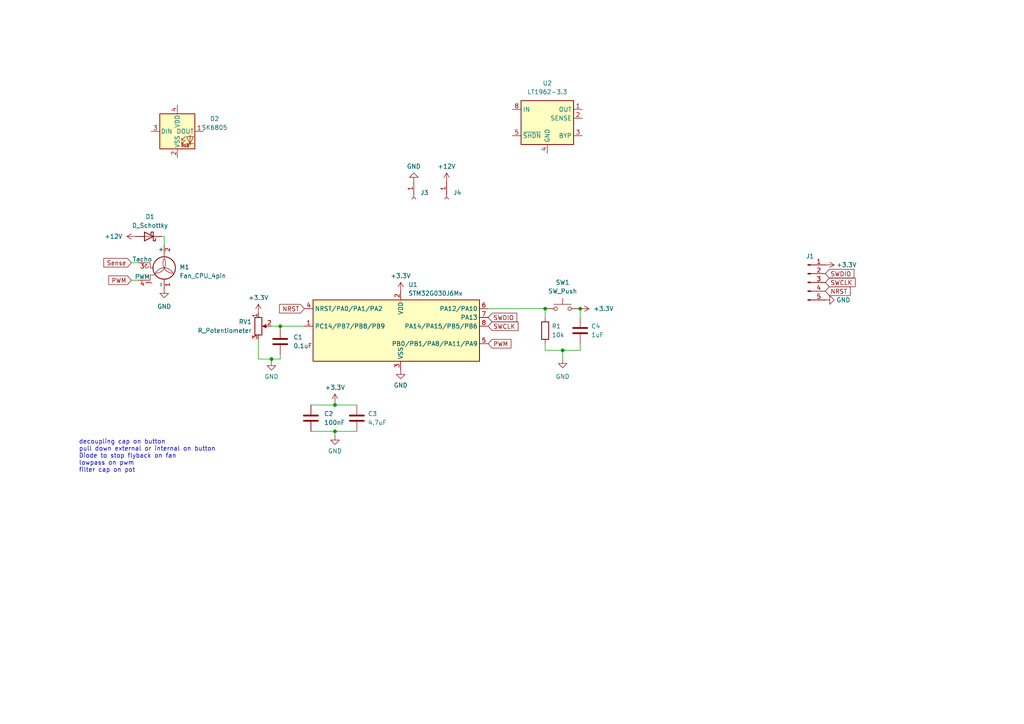
<source format=kicad_sch>
(kicad_sch (version 20230121) (generator eeschema)
  (paper "A4")
  (lib_symbols
    (symbol "Connector:Conn_01x01_Socket" (pin_names (offset 1.016) hide)
      (property "Reference" "J" (at 0 2.54 0))
      (property "Value" "Conn_01x01_Socket" (at 0 -2.54 0))
      (symbol "Conn_01x01_Socket_1_1"
        (polyline (pts (xy -1.27 0) (xy -0.508 0)) (stroke (width 0.1524)))
        (arc (start 0 0.508) (mid -0.5058 0) (end 0 -0.508) (stroke (width 0.1524)))
        (pin passive line (at -5.08 0 0) (length 3.81) (name "Pin_1") (number "1"))
      )
    )
    (symbol "Connector:Conn_01x05_Pin" (pin_names (offset 1.016) hide)
      (property "Reference" "J" (at 0 7.62 0))
      (property "Value" "Conn_01x05_Pin" (at 0 -7.62 0))
      (symbol "Conn_01x05_Pin_1_1"
        (polyline (pts (xy 1.27 -5.08) (xy 0.8636 -5.08)) (stroke (width 0.1524)))
        (polyline (pts (xy 1.27 -2.54) (xy 0.8636 -2.54)) (stroke (width 0.1524)))
        (polyline (pts (xy 1.27 0) (xy 0.8636 0)) (stroke (width 0.1524)))
        (polyline (pts (xy 1.27 2.54) (xy 0.8636 2.54)) (stroke (width 0.1524)))
        (polyline (pts (xy 1.27 5.08) (xy 0.8636 5.08)) (stroke (width 0.1524)))
        (rectangle (start 0.8636 -4.953) (end 0 -5.207) (stroke (width 0.1524)) (fill (type outline)))
        (rectangle (start 0.8636 -2.413) (end 0 -2.667) (stroke (width 0.1524)) (fill (type outline)))
        (rectangle (start 0.8636 0.127) (end 0 -0.127) (stroke (width 0.1524)) (fill (type outline)))
        (rectangle (start 0.8636 2.667) (end 0 2.413) (stroke (width 0.1524)) (fill (type outline)))
        (rectangle (start 0.8636 5.207) (end 0 4.953) (stroke (width 0.1524)) (fill (type outline)))
        (pin passive line (at 5.08 5.08 180) (length 3.81) (name "Pin_1") (number "1"))
        (pin passive line (at 5.08 2.54 180) (length 3.81) (name "Pin_2") (number "2"))
        (pin passive line (at 5.08 0 180) (length 3.81) (name "Pin_3") (number "3"))
        (pin passive line (at 5.08 -2.54 180) (length 3.81) (name "Pin_4") (number "4"))
        (pin passive line (at 5.08 -5.08 180) (length 3.81) (name "Pin_5") (number "5"))
      )
    )
    (symbol "Device:C" (pin_numbers hide) (pin_names (offset 0.254))
      (property "Reference" "C" (at 0.635 2.54 0))
      (property "Value" "C" (at 0.635 -2.54 0))
      (symbol "C_0_1"
        (polyline (pts (xy -2.032 -0.762) (xy 2.032 -0.762)) (stroke (width 0.508)))
        (polyline (pts (xy -2.032 0.762) (xy 2.032 0.762)) (stroke (width 0.508)))
      )
      (symbol "C_1_1"
        (pin passive line (at 0 3.81 270) (length 2.794) (name "~") (number "1"))
        (pin passive line (at 0 -3.81 90) (length 2.794) (name "~") (number "2"))
      )
    )
    (symbol "Device:D_Schottky" (pin_numbers hide) (pin_names (offset 1.016) hide)
      (property "Reference" "D" (at 0 2.54 0))
      (property "Value" "D_Schottky" (at 0 -2.54 0))
      (symbol "D_Schottky_0_1"
        (polyline (pts (xy 1.27 0) (xy -1.27 0)))
        (polyline (pts (xy 1.27 1.27) (xy 1.27 -1.27) (xy -1.27 0) (xy 1.27 1.27)) (stroke (width 0.254)))
        (polyline (pts (xy -1.905 0.635) (xy -1.905 1.27) (xy -1.27 1.27) (xy -1.27 -1.27) (xy -0.635 -1.27) (xy -0.635 -0.635)) (stroke (width 0.254)))
      )
      (symbol "D_Schottky_1_1"
        (pin passive line (at -3.81 0 0) (length 2.54) (name "K") (number "1"))
        (pin passive line (at 3.81 0 180) (length 2.54) (name "A") (number "2"))
      )
    )
    (symbol "Device:R" (pin_numbers hide) (pin_names (offset 0))
      (property "Reference" "R" (at 2.032 0 90))
      (property "Value" "R" (at 0 0 90))
      (symbol "R_0_1"
        (rectangle (start -1.016 -2.54) (end 1.016 2.54) (stroke (width 0.254)))
      )
      (symbol "R_1_1"
        (pin passive line (at 0 3.81 270) (length 1.27) (name "~") (number "1"))
        (pin passive line (at 0 -3.81 90) (length 1.27) (name "~") (number "2"))
      )
    )
    (symbol "Device:R_Potentiometer" (pin_names (offset 1.016) hide)
      (property "Reference" "RV" (at -4.445 0 90))
      (property "Value" "R_Potentiometer" (at -2.54 0 90))
      (symbol "R_Potentiometer_0_1"
        (polyline (pts (xy 2.54 0) (xy 1.524 0)))
        (polyline (pts (xy 1.143 0) (xy 2.286 0.508) (xy 2.286 -0.508) (xy 1.143 0)) (fill (type outline)))
        (rectangle (start 1.016 2.54) (end -1.016 -2.54) (stroke (width 0.254)))
      )
      (symbol "R_Potentiometer_1_1"
        (pin passive line (at 0 3.81 270) (length 1.27) (name "1") (number "1"))
        (pin passive line (at 3.81 0 180) (length 1.27) (name "2") (number "2"))
        (pin passive line (at 0 -3.81 90) (length 1.27) (name "3") (number "3"))
      )
    )
    (symbol "LED:SK6805" (pin_names (offset 0.254))
      (property "Reference" "D" (at 5.08 5.715 0))
      (property "Value" "SK6805" (at 1.27 -5.715 0))
      (symbol "SK6805_0_0"
        (text "RGB" (at 2.286 -4.191 0) (effects (font (size 0.762 0.762))))
      )
      (symbol "SK6805_0_1"
        (polyline (pts (xy 1.27 -3.556) (xy 1.778 -3.556)))
        (polyline (pts (xy 1.27 -2.54) (xy 1.778 -2.54)))
        (polyline (pts (xy 4.699 -3.556) (xy 2.667 -3.556)))
        (polyline (pts (xy 2.286 -2.54) (xy 1.27 -3.556) (xy 1.27 -3.048)))
        (polyline (pts (xy 2.286 -1.524) (xy 1.27 -2.54) (xy 1.27 -2.032)))
        (polyline (pts (xy 3.683 -1.016) (xy 3.683 -3.556) (xy 3.683 -4.064)))
        (polyline (pts (xy 4.699 -1.524) (xy 2.667 -1.524) (xy 3.683 -3.556) (xy 4.699 -1.524)))
        (rectangle (start 5.08 5.08) (end -5.08 -5.08) (stroke (width 0.254)) (fill (type background)))
      )
      (symbol "SK6805_1_1"
        (pin output line (at 7.62 0 180) (length 2.54) (name "DOUT") (number "1"))
        (pin power_in line (at 0 -7.62 90) (length 2.54) (name "VSS") (number "2"))
        (pin input line (at -7.62 0 0) (length 2.54) (name "DIN") (number "3"))
        (pin power_in line (at 0 7.62 270) (length 2.54) (name "VDD") (number "4"))
      )
    )
    (symbol "MCU_ST_STM32G0:STM32G030J6Mx"
      (property "Reference" "U" (at -22.86 11.43 0))
      (property "Value" "STM32G030J6Mx" (at 5.08 11.43 0))
      (symbol "STM32G030J6Mx_0_1"
        (rectangle (start -22.86 -7.62) (end 25.4 10.16) (stroke (width 0.254)) (fill (type background)))
      )
      (symbol "STM32G030J6Mx_1_1"
        (pin bidirectional line (at -25.4 2.54 0) (length 2.54) (name "PC14/PB7/PB8/PB9") (number "1"))
        (pin power_in line (at 2.54 12.7 270) (length 2.54) (name "VDD") (number "2"))
        (pin power_in line (at 2.54 -10.16 90) (length 2.54) (name "VSS") (number "3"))
        (pin input line (at -25.4 7.62 0) (length 2.54) (name "NRST/PA0/PA1/PA2") (number "4"))
        (pin bidirectional line (at 27.94 -2.54 180) (length 2.54) (name "PB0/PB1/PA8/PA11/PA9") (number "5"))
        (pin bidirectional line (at 27.94 7.62 180) (length 2.54) (name "PA12/PA10") (number "6"))
        (pin bidirectional line (at 27.94 5.08 180) (length 2.54) (name "PA13") (number "7"))
        (pin bidirectional line (at 27.94 2.54 180) (length 2.54) (name "PA14/PA15/PB5/PB6") (number "8"))
      )
    )
    (symbol "Motor:Fan_CPU_4pin" (pin_names (offset 0))
      (property "Reference" "M" (at 2.54 5.08 0))
      (property "Value" "Fan_CPU_4pin" (at 2.54 -2.54 0))
      (symbol "Fan_CPU_4pin_0_0"
        (arc (start -5.588 1.524) (mid -5.08 1.0182) (end -4.572 1.524))
        (arc (start -5.08 2.032) (mid -5.4392 1.8832) (end -5.588 1.524))
        (polyline (pts (xy -5.08 2.032) (xy -5.334 2.159)))
        (polyline (pts (xy -5.08 2.032) (xy -5.207 1.778)))
        (polyline (pts (xy -4.064 2.54) (xy -4.064 1.016) (xy -3.302 1.016)))
      )
      (symbol "Fan_CPU_4pin_0_1"
        (arc (start -2.54 -0.508) (mid 0.0028 0.9121) (end 0 3.81))
        (polyline (pts (xy -4.064 2.54) (xy -5.08 2.54)))
        (polyline (pts (xy 0 -5.08) (xy 0 -4.572)))
        (polyline (pts (xy 0 -2.2352) (xy 0 -2.6416)))
        (polyline (pts (xy 0 4.2672) (xy 0 4.6228)))
        (polyline (pts (xy 0 4.572) (xy 0 5.08)))
        (polyline (pts (xy -2.54 -1.016) (xy -4.064 -1.016) (xy -4.064 -2.54) (xy -5.08 -2.54)))
        (polyline (pts (xy -5.334 -3.302) (xy -5.08 -3.302) (xy -5.08 -3.048) (xy -4.826 -3.048) (xy -4.826 -3.302) (xy -4.318 -3.302) (xy -4.318 -3.048) (xy -4.064 -3.048) (xy -4.064 -3.302) (xy -3.556 -3.302)))
        (circle (center 0 1.016) (radius 3.2512) (stroke (width 0.254)))
        (arc (start 0 3.81) (mid 0.053 0.921) (end 2.54 -0.508))
        (arc (start 2.54 -0.508) (mid 0 1.0618) (end -2.54 -0.508))
      )
      (symbol "Fan_CPU_4pin_1_1"
        (pin passive line (at 0 -5.08 90) (length 2.54) (name "-") (number "1"))
        (pin passive line (at 0 7.62 270) (length 2.54) (name "+") (number "2"))
        (pin passive line (at -7.62 2.54 0) (length 2.54) (name "Tacho") (number "3"))
        (pin input line (at -7.62 -2.54 0) (length 2.54) (name "PWM") (number "4"))
      )
    )
    (symbol "Regulator_Linear:LT1962-3.3"
      (property "Reference" "U" (at -7.62 8.89 0))
      (property "Value" "LT1962-3.3" (at 1.27 -6.35 0))
      (symbol "LT1962-3.3_0_1"
        (rectangle (start -7.62 7.62) (end 7.62 -5.08) (stroke (width 0.254)) (fill (type background)))
      )
      (symbol "LT1962-3.3_1_1"
        (pin power_out line (at 10.16 5.08 180) (length 2.54) (name "OUT") (number "1"))
        (pin input line (at 10.16 2.54 180) (length 2.54) (name "SENSE") (number "2"))
        (pin passive line (at 10.16 -2.54 180) (length 2.54) (name "BYP") (number "3"))
        (pin power_in line (at 0 -7.62 90) (length 2.54) (name "GND") (number "4"))
        (pin input line (at -10.16 -2.54 0) (length 2.54) (name "~{SHDN}") (number "5"))
        (pin no_connect line (at 2.54 5.08 90) (length 2.54) hide (name "NC") (number "6"))
        (pin no_connect line (at 2.54 2.54 90) (length 2.54) hide (name "NC") (number "7"))
        (pin power_in line (at -10.16 5.08 0) (length 2.54) (name "IN") (number "8"))
      )
    )
    (symbol "Switch:SW_Push" (pin_numbers hide) (pin_names (offset 1.016) hide)
      (property "Reference" "SW" (at 1.27 2.54 0))
      (property "Value" "SW_Push" (at 0 -1.524 0))
      (symbol "SW_Push_0_1"
        (circle (center -2.032 0) (radius 0.508))
        (polyline (pts (xy 0 1.27) (xy 0 3.048)))
        (polyline (pts (xy 2.54 1.27) (xy -2.54 1.27)))
        (circle (center 2.032 0) (radius 0.508))
        (pin passive line (at -5.08 0 0) (length 2.54) (name "1") (number "1"))
        (pin passive line (at 5.08 0 180) (length 2.54) (name "2") (number "2"))
      )
    )
    (symbol "power:+12V" (power) (pin_names (offset 0))
      (property "Value" "+12V" (at 0 3.556 0))
      (symbol "+12V_0_1"
        (polyline (pts (xy -0.762 1.27) (xy 0 2.54)))
        (polyline (pts (xy 0 0) (xy 0 2.54)))
        (polyline (pts (xy 0 2.54) (xy 0.762 1.27)))
      )
      (symbol "+12V_1_1"
        (pin power_in line (at 0 0 90) (length 0) hide (name "+12V") (number "1"))
      )
    )
    (symbol "power:+3.3V" (power) (pin_names (offset 0))
      (property "Value" "+3.3V" (at 0 3.556 0))
      (symbol "+3.3V_0_1"
        (polyline (pts (xy -0.762 1.27) (xy 0 2.54)))
        (polyline (pts (xy 0 0) (xy 0 2.54)))
        (polyline (pts (xy 0 2.54) (xy 0.762 1.27)))
      )
      (symbol "+3.3V_1_1"
        (pin power_in line (at 0 0 90) (length 0) hide (name "+3.3V") (number "1"))
      )
    )
    (symbol "power:GND" (power) (pin_names (offset 0))
      (property "Value" "GND" (at 0 -3.81 0))
      (symbol "GND_0_1"
        (polyline (pts (xy 0 0) (xy 0 -1.27) (xy 1.27 -1.27) (xy 0 -2.54) (xy -1.27 -1.27) (xy 0 -1.27)))
      )
      (symbol "GND_1_1"
        (pin power_in line (at 0 0 270) (length 0) hide (name "GND") (number "1"))
      )
    )
  )
  (junction (at 97.155 117.475))
  (junction (at 158.115 89.535))
  (junction (at 97.155 125.095))
  (junction (at 163.195 101.6))
  (junction (at 81.28 94.615))
  (junction (at 168.275 89.535))
  (junction (at 78.74 104.14))
  (wire (pts (xy 81.28 104.14) (xy 78.74 104.14)))
  (wire (pts (xy 163.195 101.6) (xy 158.115 101.6)))
  (wire (pts (xy 141.605 89.535) (xy 158.115 89.535)))
  (wire (pts (xy 158.115 89.535) (xy 158.115 92.075)))
  (wire (pts (xy 163.195 104.14) (xy 163.195 101.6)))
  (wire (pts (xy 163.195 101.6) (xy 168.275 101.6)))
  (wire (pts (xy 46.99 68.58) (xy 47.625 68.58)))
  (wire (pts (xy 168.275 89.535) (xy 168.275 92.075)))
  (wire (pts (xy 78.74 104.14) (xy 78.74 104.775)))
  (wire (pts (xy 47.625 68.58) (xy 47.625 71.12)))
  (wire (pts (xy 158.115 101.6) (xy 158.115 99.695)))
  (wire (pts (xy 81.28 94.615) (xy 88.265 94.615)))
  (wire (pts (xy 97.155 125.095) (xy 97.155 126.365)))
  (wire (pts (xy 78.74 94.615) (xy 81.28 94.615)))
  (wire (pts (xy 81.28 95.25) (xy 81.28 94.615)))
  (wire (pts (xy 78.74 104.14) (xy 74.93 104.14)))
  (wire (pts (xy 168.275 101.6) (xy 168.275 99.695)))
  (wire (pts (xy 103.505 125.095) (xy 97.155 125.095)))
  (wire (pts (xy 81.28 102.87) (xy 81.28 104.14)))
  (wire (pts (xy 38.1 81.28) (xy 40.005 81.28)))
  (wire (pts (xy 90.17 117.475) (xy 97.155 117.475)))
  (wire (pts (xy 103.505 117.475) (xy 97.155 117.475)))
  (wire (pts (xy 90.17 125.095) (xy 97.155 125.095)))
  (wire (pts (xy 38.1 76.2) (xy 40.005 76.2)))
  (wire (pts (xy 74.93 104.14) (xy 74.93 98.425)))
  (wire (pts (xy 97.155 117.475) (xy 97.155 116.84)))
  (text "decoupling cap on button\npull down external or internal on button\nDiode to stop flyback on fan\nlowpass on pwm\nfilter cap on pot" (at 22.86 137.16 0) (effects (font (size 1.27 1.27)) (justify left bottom)))
  (global_label "NRST" (shape input) (at 239.395 84.455 0) (property "Intersheetrefs" "${INTERSHEET_REFS}" (effects hide)))
  (global_label "Sense" (shape input) (at 38.1 76.2 180) (property "Intersheetrefs" "${INTERSHEET_REFS}" (effects hide)))
  (global_label "SWCLK" (shape input) (at 141.605 94.615 0) (property "Intersheetrefs" "${INTERSHEET_REFS}" (effects hide)))
  (global_label "NRST" (shape input) (at 88.265 89.535 180) (property "Intersheetrefs" "${INTERSHEET_REFS}" (effects hide)))
  (global_label "SWDIO" (shape input) (at 239.395 79.375 0) (property "Intersheetrefs" "${INTERSHEET_REFS}" (effects hide)))
  (global_label "PWM" (shape input) (at 38.1 81.28 180) (property "Intersheetrefs" "${INTERSHEET_REFS}" (effects hide)))
  (global_label "SWDIO" (shape input) (at 141.605 92.075 0) (property "Intersheetrefs" "${INTERSHEET_REFS}" (effects hide)))
  (global_label "PWM" (shape input) (at 141.605 99.695 0) (property "Intersheetrefs" "${INTERSHEET_REFS}" (effects hide)))
  (global_label "SWCLK" (shape input) (at 239.395 81.915 0) (property "Intersheetrefs" "${INTERSHEET_REFS}" (effects hide)))
  (symbol (lib_id "Device:R_Potentiometer") (at 74.93 94.615 0) (unit 1)
    (property "Reference" "RV1" (at 73.025 93.345 0) (effects (justify right)))
    (property "Value" "R_Potentiometer" (at 73.025 95.885 0) (effects (justify right)))
    (property "Footprint" "Potentiometer_THT:Potentiometer_Bourns_3299W_Vertical" (effects hide))
  )
  (symbol (lib_id "Connector:Conn_01x01_Socket") (at 129.54 57.785 270) (unit 1)
    (property "Reference" "J4" (at 131.445 55.88 90) (effects (justify left)))
    (property "Value" "Conn_01x01_Socket" (effects hide))
    (property "Footprint" "Connector_Pin:Pin_D1.0mm_L10.0mm" (effects hide))
  )
  (symbol (lib_id "power:+12V") (at 129.54 52.705 0) (unit 1)
    (property "Reference" "#PWR08" (effects hide))
    (property "Value" "+12V" (at 129.54 48.26 0))
  )
  (symbol (lib_id "power:+12V") (at 39.37 68.58 90) (unit 1)
    (property "Reference" "#PWR09" (effects hide))
    (property "Value" "+12V" (at 35.56 68.58 90) (effects (justify left)))
  )
  (symbol (lib_id "Device:C") (at 103.505 121.285 0) (unit 1)
    (property "Reference" "C3" (at 106.68 120.015 0) (effects (justify left)))
    (property "Value" "4.7uF" (at 106.68 122.555 0) (effects (justify left)))
    (property "Footprint" "Capacitor_SMD:C_0603_1608Metric" (effects hide))
  )
  (symbol (lib_id "Motor:Fan_CPU_4pin") (at 47.625 78.74 0) (unit 1)
    (property "Reference" "M1" (at 52.07 77.47 0) (effects (justify left)))
    (property "Value" "Fan_CPU_4pin" (at 52.07 80.01 0) (effects (justify left)))
    (property "Datasheet" "http://www.formfactors.org/developer%5Cspecs%5Crev1_2_public.pdf" (effects hide))
  )
  (symbol (lib_id "power:GND") (at 47.625 83.82 0) (unit 1)
    (property "Reference" "#PWR010" (effects hide))
    (property "Value" "GND" (at 47.625 88.9 0))
  )
  (symbol (lib_id "power:GND") (at 78.74 104.775 0) (unit 1)
    (property "Reference" "#PWR07" (effects hide))
    (property "Value" "GND" (at 78.74 109.22 0))
  )
  (symbol (lib_id "power:GND") (at 97.155 126.365 0) (unit 1)
    (property "Reference" "#PWR016" (effects hide))
    (property "Value" "GND" (at 97.155 130.81 0))
  )
  (symbol (lib_id "power:+3.3V") (at 74.93 90.805 0) (unit 1)
    (property "Reference" "#PWR06" (effects hide))
    (property "Value" "+3.3V" (at 74.93 86.36 0))
  )
  (symbol (lib_id "power:+3.3V") (at 239.395 76.835 270) (unit 1)
    (property "Reference" "#PWR03" (effects hide))
    (property "Value" "+3.3V" (at 242.57 76.835 90) (effects (justify left)))
  )
  (symbol (lib_id "power:+3.3V") (at 168.275 89.535 270) (unit 1)
    (property "Reference" "#PWR05" (effects hide))
    (property "Value" "+3.3V" (at 172.085 89.535 90) (effects (justify left)))
  )
  (symbol (lib_id "Connector:Conn_01x05_Pin") (at 234.315 81.915 0) (unit 1)
    (property "Reference" "J1" (at 234.95 74.295 0))
    (property "Value" "Conn_01x05_Pin" (effects hide))
    (property "Footprint" "Connector_PinHeader_2.54mm:PinHeader_1x05_P2.54mm_Vertical" (effects hide))
  )
  (symbol (lib_id "power:GND") (at 163.195 104.14 0) (unit 1)
    (property "Reference" "#PWR017" (effects hide))
    (property "Value" "GND" (at 163.195 109.22 0))
  )
  (symbol (lib_id "Regulator_Linear:LT1962-3.3") (at 158.75 36.83 0) (unit 1)
    (property "Reference" "U2" (at 158.75 24.13 0))
    (property "Value" "LT1962-3.3" (at 158.75 26.67 0))
    (property "Footprint" "Package_SO:MSOP-8_3x3mm_P0.65mm" (effects hide))
    (property "Datasheet" "https://www.analog.com/media/en/technical-documentation/data-sheets/1962fb.pdf" (effects hide))
  )
  (symbol (lib_id "LED:SK6805") (at 51.435 38.1 0) (unit 1)
    (property "Reference" "D2" (at 62.23 34.4521 0))
    (property "Value" "SK6805" (at 62.23 36.9921 0))
    (property "Footprint" "LED_SMD:LED_SK6812_EC15_1.5x1.5mm" (effects hide))
    (property "Datasheet" "https://cdn-shop.adafruit.com/product-files/3484/3484_Datasheet.pdf" (effects hide))
  )
  (symbol (lib_id "Device:C") (at 90.17 121.285 0) (unit 1)
    (property "Reference" "C2" (at 93.98 120.015 0) (effects (justify left)))
    (property "Value" "100nF" (at 93.98 122.555 0) (effects (justify left)))
    (property "Footprint" "Capacitor_SMD:C_0603_1608Metric" (effects hide))
  )
  (symbol (lib_id "Device:R") (at 158.115 95.885 0) (unit 1)
    (property "Reference" "R1" (at 160.02 94.615 0) (effects (justify left)))
    (property "Value" "10k" (at 160.02 97.155 0) (effects (justify left)))
  )
  (symbol (lib_id "power:+3.3V") (at 116.205 84.455 0) (unit 1)
    (property "Reference" "#PWR01" (effects hide))
    (property "Value" "+3.3V" (at 116.205 80.01 0))
  )
  (symbol (lib_id "power:GND") (at 239.395 86.995 90) (unit 1)
    (property "Reference" "#PWR04" (effects hide))
    (property "Value" "GND" (at 242.57 86.995 90) (effects (justify right)))
  )
  (symbol (lib_id "Device:C") (at 168.275 95.885 0) (unit 1)
    (property "Reference" "C4" (at 171.45 94.615 0) (effects (justify left)))
    (property "Value" "1uF" (at 171.45 97.155 0) (effects (justify left)))
  )
  (symbol (lib_id "power:+3.3V") (at 97.155 116.84 0) (unit 1)
    (property "Reference" "#PWR015" (effects hide))
    (property "Value" "+3.3V" (at 97.155 112.395 0))
  )
  (symbol (lib_id "MCU_ST_STM32G0:STM32G030J6Mx") (at 113.665 97.155 0) (unit 1)
    (property "Reference" "U1" (at 118.3991 82.55 0) (effects (justify left)))
    (property "Value" "STM32G030J6Mx" (at 118.3991 85.09 0) (effects (justify left)))
    (property "Footprint" "Package_SO:SOIC-8_3.9x4.9mm_P1.27mm" (effects hide))
    (property "Datasheet" "https://www.st.com/resource/en/datasheet/stm32g030j6.pdf" (effects hide))
  )
  (symbol (lib_id "Switch:SW_Push") (at 163.195 89.535 0) (unit 1)
    (property "Reference" "SW1" (at 163.195 81.915 0))
    (property "Value" "SW_Push" (at 163.195 84.455 0))
    (property "Footprint" "Button_Switch_SMD:SW_SPST_B3SL-1002P" (effects hide))
  )
  (symbol (lib_id "power:GND") (at 120.015 52.705 180) (unit 1)
    (property "Reference" "#PWR011" (effects hide))
    (property "Value" "GND" (at 120.015 48.26 0))
  )
  (symbol (lib_id "Connector:Conn_01x01_Socket") (at 120.015 57.785 270) (unit 1)
    (property "Reference" "J3" (at 121.92 55.88 90) (effects (justify left)))
    (property "Value" "Conn_01x01_Socket" (effects hide))
    (property "Footprint" "Connector_Pin:Pin_D1.0mm_L10.0mm" (effects hide))
  )
  (symbol (lib_id "Device:C") (at 81.28 99.06 0) (unit 1)
    (property "Reference" "C1" (at 85.09 97.79 0) (effects (justify left)))
    (property "Value" "0.1uF" (at 85.09 100.33 0) (effects (justify left)))
    (property "Footprint" "Capacitor_SMD:C_0603_1608Metric" (effects hide))
  )
  (symbol (lib_id "power:GND") (at 116.205 107.315 0) (unit 1)
    (property "Reference" "#PWR02" (effects hide))
    (property "Value" "GND" (at 116.205 111.76 0))
  )
  (symbol (lib_id "Device:D_Schottky") (at 43.18 68.58 180) (unit 1)
    (property "Reference" "D1" (at 43.4975 62.865 0))
    (property "Value" "D_Schottky" (at 43.4975 65.405 0))
    (property "Footprint" "Diode_SMD:D_0603_1608Metric" (effects hide))
  )
)
</source>
